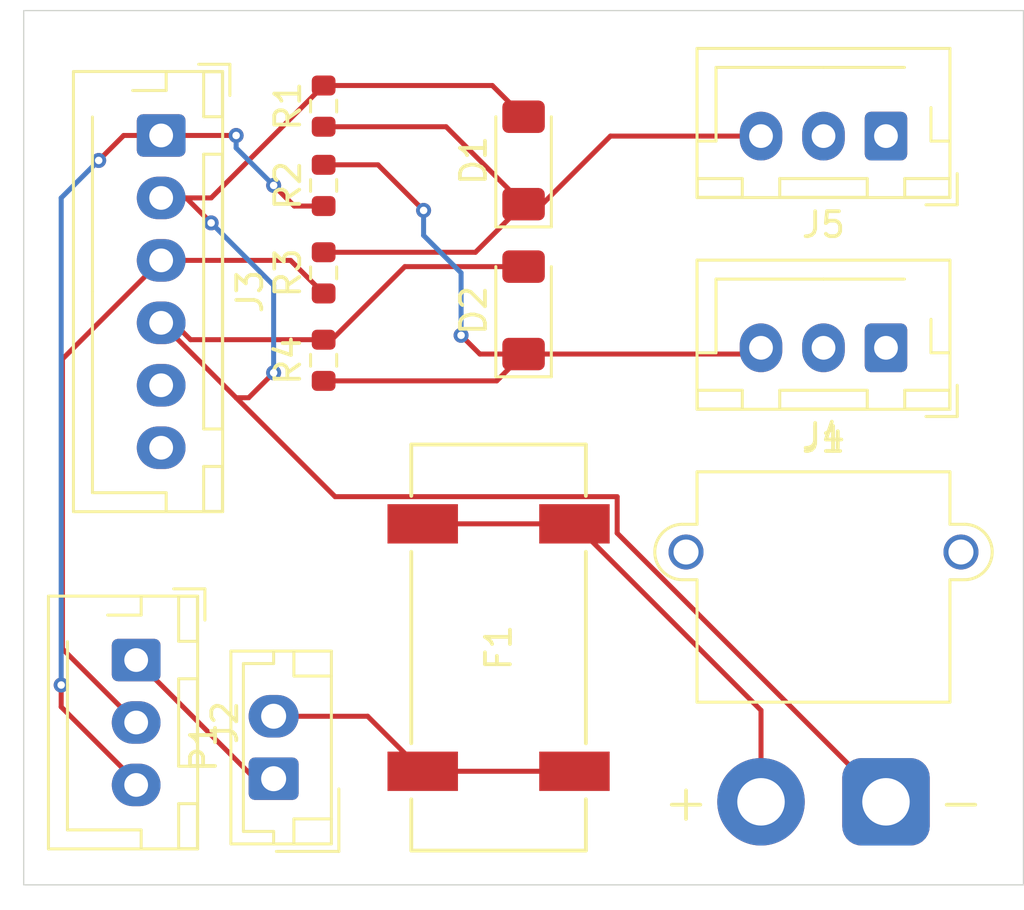
<source format=kicad_pcb>
(kicad_pcb (version 20240108) (generator "pcbnew") (generator_version "8.0")
  (layers (0 "F.Cu" signal) (31 "B.Cu" signal) (34 "B.Paste" user) (35 "F.Paste" user) (36 "B.SilkS" user "B.Silkscreen") (37 "F.SilkS" user "F.Silkscreen") (38 "B.Mask" user) (39 "F.Mask" user) (44 "Edge.Cuts" user))
  (net 0 "")
  (net 1 "Net-(D1-K)")
  (net 2 "GND")
  (net 3 "Net-(D2-K)")
  (net 4 "Net-(J2-Pad1)")
  (net 5 "POS1 & 2")
  (net 6 "POS2")
  (net 11 "Net-(J1-+)")
  (net 12 "+24V")
  (footprint "Resistor_SMD:R_0603_1608Metric" (layer "F.Cu") (at 111 89 90)
    (property "Reference" "R3" (at 0 -1.43 90) (layer "F.SilkS"))
    (property "Value" "100k")
    (fp_line (start -0.237258 -0.5225) (end 0.237258 -0.5225) (stroke (width 0.12)) (layer "F.SilkS"))
    (fp_line (start -0.237258 0.5225) (end 0.237258 0.5225) (stroke (width 0.12)) (layer "F.SilkS"))
    (pad "1" smd roundrect (at -0.825 0 90) (size 0.8 0.95) (layers "F.Cu" "F.Paste" "F.Mask") (net 6 "POS2"))
    (pad "2" smd roundrect (at 0.825 0 90) (size 0.8 0.95) (layers "F.Cu" "F.Paste" "F.Mask") (net 1 "Net-(D1-K)"))
  )
  (footprint "Diode_SMD:D_MiniMELF" (layer "F.Cu") (at 119 84.5 90)
    (property "Reference" "D1" (at 0 -2 90) (layer "F.SilkS"))
    (property "Value" "BZV55B3V3")
    (fp_line (start 1.75 -1.11) (end -2.66 -1.11) (stroke (width 0.12)) (layer "F.SilkS"))
    (fp_line (start -2.66 -1.11) (end -2.66 1.11) (stroke (width 0.12)) (layer "F.SilkS"))
    (fp_line (start -2.66 1.11) (end 1.75 1.11) (stroke (width 0.12)) (layer "F.SilkS"))
    (pad "1" smd roundrect (at -1.75 0 90) (size 1.3 1.7) (layers "F.Cu" "F.Paste" "F.Mask") (roundrect_rratio 0.1923076923) (net 1 "Net-(D1-K)"))
    (pad "2" smd roundrect (at 1.75 0 90) (size 1.3 1.7) (layers "F.Cu" "F.Paste" "F.Mask") (roundrect_rratio 0.1923076923) (net 2 "GND"))
  )
  (footprint "Resistor_SMD:R_0603_1608Metric" (layer "F.Cu") (at 111 82.325 90)
    (property "Reference" "R1" (at 0 -1.43 90) (layer "F.SilkS"))
    (property "Value" "20k")
    (fp_line (start -0.237258 -0.5225) (end 0.237258 -0.5225) (stroke (width 0.12)) (layer "F.SilkS"))
    (fp_line (start -0.237258 0.5225) (end 0.237258 0.5225) (stroke (width 0.12)) (layer "F.SilkS"))
    (pad "1" smd roundrect (at -0.825 0 90) (size 0.8 0.95) (layers "F.Cu" "F.Paste" "F.Mask") (net 1 "Net-(D1-K)"))
    (pad "2" smd roundrect (at 0.825 0 90) (size 0.8 0.95) (layers "F.Cu" "F.Paste" "F.Mask") (net 2 "GND"))
  )
  (footprint "Connector_AMASS:AMASS_XT30PW-M_1x02_P2.50mm_Horizontal" (layer "F.Cu") (at 133.5 110.175)
    (property "Reference" "J1" (at -2.5 -14.5 0) (layer "F.SilkS"))
    (property "Value" "XT30PW-M")
    (fp_line (start -8.15 -11.11) (end -7.56 -11.11) (stroke (width 0.12)) (layer "F.SilkS"))
    (fp_line (start -8.15 -8.89) (end -7.56 -8.89) (stroke (width 0.12)) (layer "F.SilkS"))
    (fp_line (start -7.56 -13.21) (end -7.56 -11.11) (stroke (width 0.12)) (layer "F.SilkS"))
    (fp_line (start -7.56 -13.21) (end 2.56 -13.21) (stroke (width 0.12)) (layer "F.SilkS"))
    (fp_line (start -7.56 -8.89) (end -7.56 -3.99) (stroke (width 0.12)) (layer "F.SilkS"))
    (fp_line (start -7.56 -3.99) (end 2.56 -3.99) (stroke (width 0.12)) (layer "F.SilkS"))
    (fp_line (start 2.56 -13.21) (end 2.56 -11.11) (stroke (width 0.12)) (layer "F.SilkS"))
    (fp_line (start 2.56 -11.11) (end 3.15 -11.11) (stroke (width 0.12)) (layer "F.SilkS"))
    (fp_line (start 2.56 -8.89) (end 2.56 -3.99) (stroke (width 0.12)) (layer "F.SilkS"))
    (fp_line (start 2.56 -8.89) (end 3.15 -8.89) (stroke (width 0.12)) (layer "F.SilkS"))
    (fp_arc (start -8.15 -8.89) (mid -9.26 -10) (end -8.15 -11.11) (stroke (width 0.12)) (layer "F.SilkS"))
    (fp_arc (start 3.15 -11.11) (mid 4.26 -10) (end 3.15 -8.89) (stroke (width 0.12)) (layer "F.SilkS"))
    (fp_text user "-" (at 3 0 0) (layer "F.SilkS") (effects (font (size 1.5 1.5))))
    (fp_text user "+" (at -8 0 0) (layer "F.SilkS") (effects (font (size 1.5 1.5))))
    (pad "" thru_hole circle (at -8 -10) (size 1.4 1.4) (drill 1) (layers "*.Cu" "*.Mask"))
    (pad "" thru_hole circle (at 3 -10) (size 1.4 1.4) (drill 1) (layers "*.Cu" "*.Mask"))
    (pad "1" thru_hole roundrect (at 0 0) (size 3.5 3.5) (drill 1.9) (layers "*.Cu" "*.Mask") (roundrect_rratio 0.22) (net 2 "GND"))
    (pad "2" thru_hole circle (at -5 0) (size 3.5 3.5) (drill 1.9) (layers "*.Cu" "*.Mask") (net 11 "Net-(J1-+)"))
  )
  (footprint "Connector_JST:JST_XH_B3B-XH-AM_1x03_P2.50mm_Vertical" (layer "F.Cu") (at 103.5 104.5 -90)
    (property "Reference" "J2" (at 2.5 -3.55 90) (layer "F.SilkS"))
    (property "Value" "JST3_Pin")
    (fp_line (start -2.56 3.51) (end 7.56 3.51) (stroke (width 0.12)) (layer "F.SilkS"))
    (fp_line (start 7.56 3.51) (end 7.56 -2.46) (stroke (width 0.12)) (layer "F.SilkS"))
    (fp_line (start 2.5 2.75) (end -0.74 2.75) (stroke (width 0.12)) (layer "F.SilkS"))
    (fp_line (start 6.8 2.75) (end 2.5 2.75) (stroke (width 0.12)) (layer "F.SilkS"))
    (fp_line (start -2.55 -0.2) (end -1.8 -0.2) (stroke (width 0.12)) (layer "F.SilkS"))
    (fp_line (start -1.8 -0.2) (end -1.8 1.14) (stroke (width 0.12)) (layer "F.SilkS"))
    (fp_line (start 6.8 -0.2) (end 6.8 2.75) (stroke (width 0.12)) (layer "F.SilkS"))
    (fp_line (start 7.55 -0.2) (end 6.8 -0.2) (stroke (width 0.12)) (layer "F.SilkS"))
    (fp_line (start -2.55 -1.7) (end -0.75 -1.7) (stroke (width 0.12)) (layer "F.SilkS"))
    (fp_line (start -0.75 -1.7) (end -0.75 -2.45) (stroke (width 0.12)) (layer "F.SilkS"))
    (fp_line (start 0.75 -1.7) (end 4.25 -1.7) (stroke (width 0.12)) (layer "F.SilkS"))
    (fp_line (start 4.25 -1.7) (end 4.25 -2.45) (stroke (width 0.12)) (layer "F.SilkS"))
    (fp_line (start 5.75 -1.7) (end 7.55 -1.7) (stroke (width 0.12)) (layer "F.SilkS"))
    (fp_line (start 7.55 -1.7) (end 7.55 -2.45) (stroke (width 0.12)) (layer "F.SilkS"))
    (fp_line (start -2.55 -2.45) (end -2.55 -1.7) (stroke (width 0.12)) (layer "F.SilkS"))
    (fp_line (start -0.75 -2.45) (end -2.55 -2.45) (stroke (width 0.12)) (layer "F.SilkS"))
    (fp_line (start 0.75 -2.45) (end 0.75 -1.7) (stroke (width 0.12)) (layer "F.SilkS"))
    (fp_line (start 4.25 -2.45) (end 0.75 -2.45) (stroke (width 0.12)) (layer "F.SilkS"))
    (fp_line (start 5.75 -2.45) (end 5.75 -1.7) (stroke (width 0.12)) (layer "F.SilkS"))
    (fp_line (start 7.55 -2.45) (end 5.75 -2.45) (stroke (width 0.12)) (layer "F.SilkS"))
    (fp_line (start -2.56 -2.46) (end -2.56 3.51) (stroke (width 0.12)) (layer "F.SilkS"))
    (fp_line (start 7.56 -2.46) (end -2.56 -2.46) (stroke (width 0.12)) (layer "F.SilkS"))
    (fp_line (start -2.85 -2.75) (end -2.85 -1.5) (stroke (width 0.12)) (layer "F.SilkS"))
    (fp_line (start -1.6 -2.75) (end -2.85 -2.75) (stroke (width 0.12)) (layer "F.SilkS"))
    (pad "" np_thru_hole circle (at -1.6 2 270) (size 1.2 1.2) (drill 1.2) (layers "*.Cu" "*.Mask"))
    (pad "1" thru_hole roundrect (at 0 0 270) (size 1.7 1.95) (drill 0.95) (layers "*.Cu" "*.Mask") (roundrect_rratio 0.147059) (net 4 "Net-(J2-Pad1)"))
    (pad "2" thru_hole oval (at 2.5 0 270) (size 1.7 1.95) (drill 0.95) (layers "*.Cu" "*.Mask") (net 6 "POS2"))
    (pad "3" thru_hole oval (at 5 0 270) (size 1.7 1.95) (drill 0.95) (layers "*.Cu" "*.Mask") (net 5 "POS1 & 2"))
  )
  (footprint "Resistor_SMD:R_0603_1608Metric" (layer "F.Cu") (at 111 92.5 90)
    (property "Reference" "R4" (at 0 -1.43 90) (layer "F.SilkS"))
    (property "Value" "20k")
    (fp_line (start -0.237258 -0.5225) (end 0.237258 -0.5225) (stroke (width 0.12)) (layer "F.SilkS"))
    (fp_line (start -0.237258 0.5225) (end 0.237258 0.5225) (stroke (width 0.12)) (layer "F.SilkS"))
    (pad "1" smd roundrect (at -0.825 0 90) (size 0.8 0.95) (layers "F.Cu" "F.Paste" "F.Mask") (net 3 "Net-(D2-K)"))
    (pad "2" smd roundrect (at 0.825 0 90) (size 0.8 0.95) (layers "F.Cu" "F.Paste" "F.Mask") (net 2 "GND"))
  )
  (footprint "Diode_SMD:D_MiniMELF" (layer "F.Cu") (at 119 90.5 90)
    (property "Reference" "D2" (at 0 -2 90) (layer "F.SilkS"))
    (property "Value" "BZV55B3V3")
    (fp_line (start 1.75 -1.11) (end -2.66 -1.11) (stroke (width 0.12)) (layer "F.SilkS"))
    (fp_line (start -2.66 -1.11) (end -2.66 1.11) (stroke (width 0.12)) (layer "F.SilkS"))
    (fp_line (start -2.66 1.11) (end 1.75 1.11) (stroke (width 0.12)) (layer "F.SilkS"))
    (pad "1" smd roundrect (at -1.75 0 90) (size 1.3 1.7) (layers "F.Cu" "F.Paste" "F.Mask") (roundrect_rratio 0.1923076923) (net 3 "Net-(D2-K)"))
    (pad "2" smd roundrect (at 1.75 0 90) (size 1.3 1.7) (layers "F.Cu" "F.Paste" "F.Mask") (roundrect_rratio 0.1923076923) (net 2 "GND"))
  )
  (footprint "Connector_JST:JST_EH_B2B-EH-A_1x02_P2.50mm_Vertical" (layer "F.Cu") (at 109 109.25 90)
    (property "Reference" "P1" (at 1.25 -2.8 90) (layer "F.SilkS"))
    (property "Value" "PHR-2")
    (fp_line (start 5.11 -1.71) (end -2.61 -1.71) (stroke (width 0.12)) (layer "F.SilkS"))
    (fp_line (start -2.61 -1.71) (end -2.61 2.31) (stroke (width 0.12)) (layer "F.SilkS"))
    (fp_line (start 4.61 -1.21) (end 4.61 0) (stroke (width 0.12)) (layer "F.SilkS"))
    (fp_line (start -2.11 -1.21) (end 4.61 -1.21) (stroke (width 0.12)) (layer "F.SilkS"))
    (fp_line (start 4.61 0) (end 5.11 0) (stroke (width 0.12)) (layer "F.SilkS"))
    (fp_line (start -2.11 0) (end -2.11 -1.21) (stroke (width 0.12)) (layer "F.SilkS"))
    (fp_line (start -2.61 0) (end -2.11 0) (stroke (width 0.12)) (layer "F.SilkS"))
    (fp_line (start -2.91 0.11) (end -2.91 2.61) (stroke (width 0.12)) (layer "F.SilkS"))
    (fp_line (start 5.11 0.81) (end 4.11 0.81) (stroke (width 0.12)) (layer "F.SilkS"))
    (fp_line (start 4.11 0.81) (end 4.11 2.31) (stroke (width 0.12)) (layer "F.SilkS"))
    (fp_line (start -1.61 0.81) (end -1.61 2.31) (stroke (width 0.12)) (layer "F.SilkS"))
    (fp_line (start -2.61 0.81) (end -1.61 0.81) (stroke (width 0.12)) (layer "F.SilkS"))
    (fp_line (start 5.11 2.31) (end 5.11 -1.71) (stroke (width 0.12)) (layer "F.SilkS"))
    (fp_line (start -2.61 2.31) (end 5.11 2.31) (stroke (width 0.12)) (layer "F.SilkS"))
    (fp_line (start -2.91 2.61) (end -0.41 2.61) (stroke (width 0.12)) (layer "F.SilkS"))
    (pad "1" thru_hole roundrect (at 0 0 90) (size 1.7 2) (drill 1) (layers "*.Cu" "*.Mask") (roundrect_rratio 0.147059) (net 4 "Net-(J2-Pad1)"))
    (pad "2" thru_hole oval (at 2.5 0 90) (size 1.7 2) (drill 1) (layers "*.Cu" "*.Mask") (net 12 "+24V"))
  )
  (footprint "Resistor_SMD:R_0603_1608Metric" (layer "F.Cu") (at 111 85.5 90)
    (property "Reference" "R2" (at 0 -1.43 90) (layer "F.SilkS"))
    (property "Value" "100k")
    (fp_line (start -0.237258 -0.5225) (end 0.237258 -0.5225) (stroke (width 0.12)) (layer "F.SilkS"))
    (fp_line (start -0.237258 0.5225) (end 0.237258 0.5225) (stroke (width 0.12)) (layer "F.SilkS"))
    (pad "1" smd roundrect (at -0.825 0 90) (size 0.8 0.95) (layers "F.Cu" "F.Paste" "F.Mask") (net 5 "POS1 & 2"))
    (pad "2" smd roundrect (at 0.825 0 90) (size 0.8 0.95) (layers "F.Cu" "F.Paste" "F.Mask") (net 3 "Net-(D2-K)"))
  )
  (footprint "Rover:FuseHolder-3588-20" (layer "F.Cu") (at 118 104 90)
    (property "Reference" "F1" (at 0 0 90) (layer "F.SilkS"))
    (property "Value" "FuseHolder" (hide yes))
    (fp_line (start 8.128 -3.4925) (end 6.07314 -3.4925) (stroke (width 0.1524)) (layer "F.SilkS"))
    (fp_line (start 3.83286 -3.4925) (end -3.83286 -3.4925) (stroke (width 0.1524)) (layer "F.SilkS"))
    (fp_line (start -6.07314 -3.4925) (end -8.128 -3.4925) (stroke (width 0.1524)) (layer "F.SilkS"))
    (fp_line (start -8.128 -3.4925) (end -8.128 3.4925) (stroke (width 0.1524)) (layer "F.SilkS"))
    (fp_line (start 8.128 3.4925) (end 8.128 -3.4925) (stroke (width 0.1524)) (layer "F.SilkS"))
    (fp_line (start 6.07314 3.4925) (end 8.128 3.4925) (stroke (width 0.1524)) (layer "F.SilkS"))
    (fp_line (start -3.83286 3.4925) (end 3.83286 3.4925) (stroke (width 0.1524)) (layer "F.SilkS"))
    (fp_line (start -8.128 3.4925) (end -6.07314 3.4925) (stroke (width 0.1524)) (layer "F.SilkS"))
    (pad "1" smd rect (at -4.953 -3.0353 90) (size 1.5748 2.8194) (layers "F.Cu" "F.Paste" "F.Mask") (net 12 "+24V"))
    (pad "1" smd rect (at -4.953 3.0353 90) (size 1.5748 2.8194) (layers "F.Cu" "F.Paste" "F.Mask") (net 12 "+24V"))
    (pad "2" smd rect (at 4.953 -3.0353 90) (size 1.5748 2.8194) (layers "F.Cu" "F.Paste" "F.Mask") (net 11 "Net-(J1-+)"))
    (pad "2" smd rect (at 4.953 3.0353 90) (size 1.5748 2.8194) (layers "F.Cu" "F.Paste" "F.Mask") (net 11 "Net-(J1-+)"))
  )
  (footprint "Connector_JST:JST_XH_B3B-XH-AM_1x03_P2.50mm_Vertical" (layer "F.Cu") (at 133.5 83.525 180)
    (property "Reference" "J5" (at 2.5 -3.55 0) (layer "F.SilkS"))
    (property "Value" "JST3_Pin")
    (fp_line (start 7.56 3.51) (end 7.56 -2.46) (stroke (width 0.12)) (layer "F.SilkS"))
    (fp_line (start 7.56 -2.46) (end -2.56 -2.46) (stroke (width 0.12)) (layer "F.SilkS"))
    (fp_line (start 7.55 -0.2) (end 6.8 -0.2) (stroke (width 0.12)) (layer "F.SilkS"))
    (fp_line (start 7.55 -1.7) (end 7.55 -2.45) (stroke (width 0.12)) (layer "F.SilkS"))
    (fp_line (start 7.55 -2.45) (end 5.75 -2.45) (stroke (width 0.12)) (layer "F.SilkS"))
    (fp_line (start 6.8 2.75) (end 2.5 2.75) (stroke (width 0.12)) (layer "F.SilkS"))
    (fp_line (start 6.8 -0.2) (end 6.8 2.75) (stroke (width 0.12)) (layer "F.SilkS"))
    (fp_line (start 5.75 -1.7) (end 7.55 -1.7) (stroke (width 0.12)) (layer "F.SilkS"))
    (fp_line (start 5.75 -2.45) (end 5.75 -1.7) (stroke (width 0.12)) (layer "F.SilkS"))
    (fp_line (start 4.25 -1.7) (end 4.25 -2.45) (stroke (width 0.12)) (layer "F.SilkS"))
    (fp_line (start 4.25 -2.45) (end 0.75 -2.45) (stroke (width 0.12)) (layer "F.SilkS"))
    (fp_line (start 2.5 2.75) (end -0.74 2.75) (stroke (width 0.12)) (layer "F.SilkS"))
    (fp_line (start 0.75 -1.7) (end 4.25 -1.7) (stroke (width 0.12)) (layer "F.SilkS"))
    (fp_line (start 0.75 -2.45) (end 0.75 -1.7) (stroke (width 0.12)) (layer "F.SilkS"))
    (fp_line (start -0.75 -1.7) (end -0.75 -2.45) (stroke (width 0.12)) (layer "F.SilkS"))
    (fp_line (start -0.75 -2.45) (end -2.55 -2.45) (stroke (width 0.12)) (layer "F.SilkS"))
    (fp_line (start -1.6 -2.75) (end -2.85 -2.75) (stroke (width 0.12)) (layer "F.SilkS"))
    (fp_line (start -1.8 -0.2) (end -1.8 1.14) (stroke (width 0.12)) (layer "F.SilkS"))
    (fp_line (start -2.55 -0.2) (end -1.8 -0.2) (stroke (width 0.12)) (layer "F.SilkS"))
    (fp_line (start -2.55 -1.7) (end -0.75 -1.7) (stroke (width 0.12)) (layer "F.SilkS"))
    (fp_line (start -2.55 -2.45) (end -2.55 -1.7) (stroke (width 0.12)) (layer "F.SilkS"))
    (fp_line (start -2.56 3.51) (end 7.56 3.51) (stroke (width 0.12)) (layer "F.SilkS"))
    (fp_line (start -2.56 -2.46) (end -2.56 3.51) (stroke (width 0.12)) (layer "F.SilkS"))
    (fp_line (start -2.85 -2.75) (end -2.85 -1.5) (stroke (width 0.12)) (layer "F.SilkS"))
    (pad "" np_thru_hole circle (at -1.6 2 180) (size 1.2 1.2) (drill 1.2) (layers "*.Cu" "*.Mask"))
    (pad "1" thru_hole roundrect (at 0 0 180) (size 1.7 1.95) (drill 0.95) (layers "*.Cu" "*.Mask") (roundrect_rratio 0.147059))
    (pad "2" thru_hole oval (at 2.5 0 180) (size 1.7 1.95) (drill 0.95) (layers "*.Cu" "*.Mask"))
    (pad "3" thru_hole oval (at 5 0 180) (size 1.7 1.95) (drill 0.95) (layers "*.Cu" "*.Mask") (net 1 "Net-(D1-K)"))
  )
  (footprint "Connector_JST:JST_XH_B6B-XH-AM_1x06_P2.50mm_Vertical" (layer "F.Cu") (at 104.5 83.5 -90)
    (property "Reference" "J3" (at 6.25 -3.55 90) (layer "F.SilkS"))
    (property "Value" "JST6_Pin")
    (fp_line (start -2.56 3.51) (end 15.06 3.51) (stroke (width 0.12)) (layer "F.SilkS"))
    (fp_line (start 15.06 3.51) (end 15.06 -2.46) (stroke (width 0.12)) (layer "F.SilkS"))
    (fp_line (start 6.25 2.75) (end -0.74 2.75) (stroke (width 0.12)) (layer "F.SilkS"))
    (fp_line (start 14.3 2.75) (end 6.25 2.75) (stroke (width 0.12)) (layer "F.SilkS"))
    (fp_line (start -2.55 -0.2) (end -1.8 -0.2) (stroke (width 0.12)) (layer "F.SilkS"))
    (fp_line (start -1.8 -0.2) (end -1.8 1.14) (stroke (width 0.12)) (layer "F.SilkS"))
    (fp_line (start 14.3 -0.2) (end 14.3 2.75) (stroke (width 0.12)) (layer "F.SilkS"))
    (fp_line (start 15.05 -0.2) (end 14.3 -0.2) (stroke (width 0.12)) (layer "F.SilkS"))
    (fp_line (start -2.55 -1.7) (end -0.75 -1.7) (stroke (width 0.12)) (layer "F.SilkS"))
    (fp_line (start -0.75 -1.7) (end -0.75 -2.45) (stroke (width 0.12)) (layer "F.SilkS"))
    (fp_line (start 0.75 -1.7) (end 11.75 -1.7) (stroke (width 0.12)) (layer "F.SilkS"))
    (fp_line (start 11.75 -1.7) (end 11.75 -2.45) (stroke (width 0.12)) (layer "F.SilkS"))
    (fp_line (start 13.25 -1.7) (end 15.05 -1.7) (stroke (width 0.12)) (layer "F.SilkS"))
    (fp_line (start 15.05 -1.7) (end 15.05 -2.45) (stroke (width 0.12)) (layer "F.SilkS"))
    (fp_line (start -2.55 -2.45) (end -2.55 -1.7) (stroke (width 0.12)) (layer "F.SilkS"))
    (fp_line (start -0.75 -2.45) (end -2.55 -2.45) (stroke (width 0.12)) (layer "F.SilkS"))
    (fp_line (start 0.75 -2.45) (end 0.75 -1.7) (stroke (width 0.12)) (layer "F.SilkS"))
    (fp_line (start 11.75 -2.45) (end 0.75 -2.45) (stroke (width 0.12)) (layer "F.SilkS"))
    (fp_line (start 13.25 -2.45) (end 13.25 -1.7) (stroke (width 0.12)) (layer "F.SilkS"))
    (fp_line (start 15.05 -2.45) (end 13.25 -2.45) (stroke (width 0.12)) (layer "F.SilkS"))
    (fp_line (start -2.56 -2.46) (end -2.56 3.51) (stroke (width 0.12)) (layer "F.SilkS"))
    (fp_line (start 15.06 -2.46) (end -2.56 -2.46) (stroke (width 0.12)) (layer "F.SilkS"))
    (fp_line (start -2.85 -2.75) (end -2.85 -1.5) (stroke (width 0.12)) (layer "F.SilkS"))
    (fp_line (start -1.6 -2.75) (end -2.85 -2.75) (stroke (width 0.12)) (layer "F.SilkS"))
    (pad "" np_thru_hole circle (at -1.6 2 270) (size 1.2 1.2) (drill 1.2) (layers "*.Cu" "*.Mask"))
    (pad "1" thru_hole roundrect (at 0 0 270) (size 1.7 1.95) (drill 0.95) (layers "*.Cu" "*.Mask") (roundrect_rratio 0.147059) (net 5 "POS1 & 2"))
    (pad "2" thru_hole oval (at 2.5 0 270) (size 1.7 1.95) (drill 0.95) (layers "*.Cu" "*.Mask") (net 2 "GND"))
    (pad "3" thru_hole oval (at 5 0 270) (size 1.7 1.95) (drill 0.95) (layers "*.Cu" "*.Mask") (net 6 "POS2"))
    (pad "4" thru_hole oval (at 7.5 0 270) (size 1.7 1.95) (drill 0.95) (layers "*.Cu" "*.Mask") (net 2 "GND"))
    (pad "5" thru_hole oval (at 10 0 270) (size 1.7 1.95) (drill 0.95) (layers "*.Cu" "*.Mask"))
    (pad "6" thru_hole oval (at 12.5 0 270) (size 1.7 1.95) (drill 0.95) (layers "*.Cu" "*.Mask"))
  )
  (footprint "Connector_JST:JST_XH_B3B-XH-AM_1x03_P2.50mm_Vertical" (layer "F.Cu") (at 133.5 92 180)
    (property "Reference" "J4" (at 2.5 -3.55 0) (layer "F.SilkS"))
    (property "Value" "JST3_Pin")
    (fp_line (start 7.56 3.51) (end 7.56 -2.46) (stroke (width 0.12)) (layer "F.SilkS"))
    (fp_line (start 7.56 -2.46) (end -2.56 -2.46) (stroke (width 0.12)) (layer "F.SilkS"))
    (fp_line (start 7.55 -0.2) (end 6.8 -0.2) (stroke (width 0.12)) (layer "F.SilkS"))
    (fp_line (start 7.55 -1.7) (end 7.55 -2.45) (stroke (width 0.12)) (layer "F.SilkS"))
    (fp_line (start 7.55 -2.45) (end 5.75 -2.45) (stroke (width 0.12)) (layer "F.SilkS"))
    (fp_line (start 6.8 2.75) (end 2.5 2.75) (stroke (width 0.12)) (layer "F.SilkS"))
    (fp_line (start 6.8 -0.2) (end 6.8 2.75) (stroke (width 0.12)) (layer "F.SilkS"))
    (fp_line (start 5.75 -1.7) (end 7.55 -1.7) (stroke (width 0.12)) (layer "F.SilkS"))
    (fp_line (start 5.75 -2.45) (end 5.75 -1.7) (stroke (width 0.12)) (layer "F.SilkS"))
    (fp_line (start 4.25 -1.7) (end 4.25 -2.45) (stroke (width 0.12)) (layer "F.SilkS"))
    (fp_line (start 4.25 -2.45) (end 0.75 -2.45) (stroke (width 0.12)) (layer "F.SilkS"))
    (fp_line (start 2.5 2.75) (end -0.74 2.75) (stroke (width 0.12)) (layer "F.SilkS"))
    (fp_line (start 0.75 -1.7) (end 4.25 -1.7) (stroke (width 0.12)) (layer "F.SilkS"))
    (fp_line (start 0.75 -2.45) (end 0.75 -1.7) (stroke (width 0.12)) (layer "F.SilkS"))
    (fp_line (start -0.75 -1.7) (end -0.75 -2.45) (stroke (width 0.12)) (layer "F.SilkS"))
    (fp_line (start -0.75 -2.45) (end -2.55 -2.45) (stroke (width 0.12)) (layer "F.SilkS"))
    (fp_line (start -1.6 -2.75) (end -2.85 -2.75) (stroke (width 0.12)) (layer "F.SilkS"))
    (fp_line (start -1.8 -0.2) (end -1.8 1.14) (stroke (width 0.12)) (layer "F.SilkS"))
    (fp_line (start -2.55 -0.2) (end -1.8 -0.2) (stroke (width 0.12)) (layer "F.SilkS"))
    (fp_line (start -2.55 -1.7) (end -0.75 -1.7) (stroke (width 0.12)) (layer "F.SilkS"))
    (fp_line (start -2.55 -2.45) (end -2.55 -1.7) (stroke (width 0.12)) (layer "F.SilkS"))
    (fp_line (start -2.56 3.51) (end 7.56 3.51) (stroke (width 0.12)) (layer "F.SilkS"))
    (fp_line (start -2.56 -2.46) (end -2.56 3.51) (stroke (width 0.12)) (layer "F.SilkS"))
    (fp_line (start -2.85 -2.75) (end -2.85 -1.5) (stroke (width 0.12)) (layer "F.SilkS"))
    (pad "" np_thru_hole circle (at -1.6 2 180) (size 1.2 1.2) (drill 1.2) (layers "*.Cu" "*.Mask"))
    (pad "1" thru_hole roundrect (at 0 0 180) (size 1.7 1.95) (drill 0.95) (layers "*.Cu" "*.Mask") (roundrect_rratio 0.147059))
    (pad "2" thru_hole oval (at 2.5 0 180) (size 1.7 1.95) (drill 0.95) (layers "*.Cu" "*.Mask"))
    (pad "3" thru_hole oval (at 5 0 180) (size 1.7 1.95) (drill 0.95) (layers "*.Cu" "*.Mask") (net 3 "Net-(D2-K)"))
  )
  (gr_rect (start 99 78.5) (end 139 113.5) (stroke (width 0.05)) (fill none) (layer "Edge.Cuts"))
  (segment (start 115.9 83.15) (end 119 86.25) (width 0.2) (layer "F.Cu") (net 1))
  (segment (start 119.75 86.25) (end 122.475 83.525) (width 0.2) (layer "F.Cu") (net 1))
  (segment (start 119 86.25) (end 119.75 86.25) (width 0.2) (layer "F.Cu") (net 1))
  (segment (start 122.475 83.525) (end 128.5 83.525) (width 0.2) (layer "F.Cu") (net 1))
  (segment (start 111 83.15) (end 115.9 83.15) (width 0.2) (layer "F.Cu") (net 1))
  (segment (start 111 88.175) (end 117.075 88.175) (width 0.2) (layer "F.Cu") (net 1))
  (segment (start 117.075 88.175) (end 119 86.25) (width 0.2) (layer "F.Cu") (net 1))
  (segment (start 108 94) (end 109 93) (width 0.2) (layer "F.Cu") (net 2))
  (segment (start 107.5 94) (end 104.5 91) (width 0.2) (layer "F.Cu") (net 2))
  (segment (start 122.745 99.42) (end 122.745 97.9596) (width 0.2) (layer "F.Cu") (net 2))
  (segment (start 105.5 86) (end 104.5 86) (width 0.2) (layer "F.Cu") (net 2))
  (segment (start 114.25 88.75) (end 119 88.75) (width 0.2) (layer "F.Cu") (net 2))
  (segment (start 111 91.675) (end 111.325 91.675) (width 0.2) (layer "F.Cu") (net 2))
  (segment (start 105.675 91.675) (end 111 91.675) (width 0.2) (layer "F.Cu") (net 2))
  (segment (start 111.325 91.675) (end 114.25 88.75) (width 0.2) (layer "F.Cu") (net 2))
  (segment (start 111 81.5) (end 117.75 81.5) (width 0.2) (layer "F.Cu") (net 2))
  (segment (start 133.5 110.175) (end 122.745 99.42) (width 0.2) (layer "F.Cu") (net 2))
  (segment (start 117.75 81.5) (end 119 82.75) (width 0.2) (layer "F.Cu") (net 2))
  (segment (start 105 91) (end 105.675 91.675) (width 0.2) (layer "F.Cu") (net 2))
  (segment (start 104.5 86) (end 106.5 86) (width 0.2) (layer "F.Cu") (net 2))
  (segment (start 111.4596 97.9596) (end 107.5 94) (width 0.2) (layer "F.Cu") (net 2))
  (segment (start 122.745 97.9596) (end 111.4596 97.9596) (width 0.2) (layer "F.Cu") (net 2))
  (segment (start 107.5 94) (end 108 94) (width 0.2) (layer "F.Cu") (net 2))
  (segment (start 104.5 91) (end 105 91) (width 0.2) (layer "F.Cu") (net 2))
  (segment (start 106.5 86) (end 111 81.5) (width 0.2) (layer "F.Cu") (net 2))
  (segment (start 106.5 87) (end 105.5 86) (width 0.2) (layer "F.Cu") (net 2))
  (via (at 106.5 87) (size 0.6) (drill 0.3) (layers "F.Cu" "B.Cu") (net 2))
  (via (at 109 93) (size 0.6) (drill 0.3) (layers "F.Cu" "B.Cu") (net 2))
  (segment (start 109 93) (end 109 89.5) (width 0.2) (layer "B.Cu") (net 2))
  (segment (start 109 89.5) (end 106.5 87) (width 0.2) (layer "B.Cu") (net 2))
  (segment (start 111 84.675) (end 113.175 84.675) (width 0.2) (layer "F.Cu") (net 3))
  (segment (start 117.925 93.325) (end 119 92.25) (width 0.2) (layer "F.Cu") (net 3))
  (segment (start 111 93.325) (end 117.925 93.325) (width 0.2) (layer "F.Cu") (net 3))
  (segment (start 117.25 92.25) (end 119 92.25) (width 0.2) (layer "F.Cu") (net 3))
  (segment (start 113.175 84.675) (end 115 86.5) (width 0.2) (layer "F.Cu") (net 3))
  (segment (start 128.25 92.25) (end 128.5 92) (width 0.2) (layer "F.Cu") (net 3))
  (segment (start 116.5 91.5) (end 117.25 92.25) (width 0.2) (layer "F.Cu") (net 3))
  (segment (start 119 92.25) (end 128.25 92.25) (width 0.2) (layer "F.Cu") (net 3))
  (via (at 116.5 91.5) (size 0.6) (drill 0.3) (layers "F.Cu" "B.Cu") (net 3))
  (via (at 115 86.5) (size 0.6) (drill 0.3) (layers "F.Cu" "B.Cu") (net 3))
  (segment (start 115 86.5) (end 115 87.5) (width 0.2) (layer "B.Cu") (net 3))
  (segment (start 116.5 89) (end 116.5 91.5) (width 0.2) (layer "B.Cu") (net 3))
  (segment (start 115 87.5) (end 116.5 89) (width 0.2) (layer "B.Cu") (net 3))
  (segment (start 109 109.25) (end 108.25 109.25) (width 0.2) (layer "F.Cu") (net 4))
  (segment (start 108.25 109.25) (end 103.5 104.5) (width 0.2) (layer "F.Cu") (net 4))
  (segment (start 104.5 83.5) (end 107.5 83.5) (width 0.2) (layer "F.Cu") (net 5))
  (segment (start 102 84.5) (end 103 83.5) (width 0.2) (layer "F.Cu") (net 5))
  (segment (start 103.5 109.375) (end 100.5 106.375) (width 0.2) (layer "F.Cu") (net 5))
  (segment (start 103 83.5) (end 104.5 83.5) (width 0.2) (layer "F.Cu") (net 5))
  (segment (start 103.5 109.5) (end 103.5 109.375) (width 0.2) (layer "F.Cu") (net 5))
  (segment (start 100.5 106.375) (end 100.5 105.5) (width 0.2) (layer "F.Cu") (net 5))
  (segment (start 109.825 86.325) (end 111 86.325) (width 0.2) (layer "F.Cu") (net 5))
  (segment (start 109 85.5) (end 109.825 86.325) (width 0.2) (layer "F.Cu") (net 5))
  (via (at 107.5 83.5) (size 0.6) (drill 0.3) (layers "F.Cu" "B.Cu") (net 5))
  (via (at 102 84.5) (size 0.6) (drill 0.3) (layers "F.Cu" "B.Cu") (net 5))
  (via (at 100.5 105.5) (size 0.6) (drill 0.3) (layers "F.Cu" "B.Cu") (net 5))
  (via (at 109 85.5) (size 0.6) (drill 0.3) (layers "F.Cu" "B.Cu") (net 5))
  (segment (start 100.5 86) (end 102 84.5) (width 0.2) (layer "B.Cu") (net 5))
  (segment (start 107.5 83.5) (end 107.5 84) (width 0.2) (layer "B.Cu") (net 5))
  (segment (start 107.5 84) (end 109 85.5) (width 0.2) (layer "B.Cu") (net 5))
  (segment (start 100.5 105.5) (end 100.5 86) (width 0.2) (layer "B.Cu") (net 5))
  (segment (start 109.675 88.5) (end 111 89.825) (width 0.2) (layer "F.Cu") (net 6))
  (segment (start 104.5 88.5) (end 109.675 88.5) (width 0.2) (layer "F.Cu") (net 6))
  (segment (start 100.55 104.05) (end 100.55 92.45) (width 0.2) (layer "F.Cu") (net 6))
  (segment (start 100.55 92.45) (end 104.5 88.5) (width 0.2) (layer "F.Cu") (net 6))
  (segment (start 103.5 107) (end 100.55 104.05) (width 0.2) (layer "F.Cu") (net 6))
  (segment (start 128.5 110.175) (end 128.5 106.5117) (width 0.2) (layer "F.Cu") (net 11))
  (segment (start 121.0353 99.047) (end 114.9647 99.047) (width 0.2) (layer "F.Cu") (net 11))
  (segment (start 128.5 106.5117) (end 121.0353 99.047) (width 0.2) (layer "F.Cu") (net 11))
  (segment (start 109 106.75) (end 112.7617 106.75) (width 0.2) (layer "F.Cu") (net 12))
  (segment (start 112.7617 106.75) (end 114.9647 108.953) (width 0.2) (layer "F.Cu") (net 12))
  (segment (start 114.9647 108.953) (end 121.0353 108.953) (width 0.2) (layer "F.Cu") (net 12))
)
</source>
